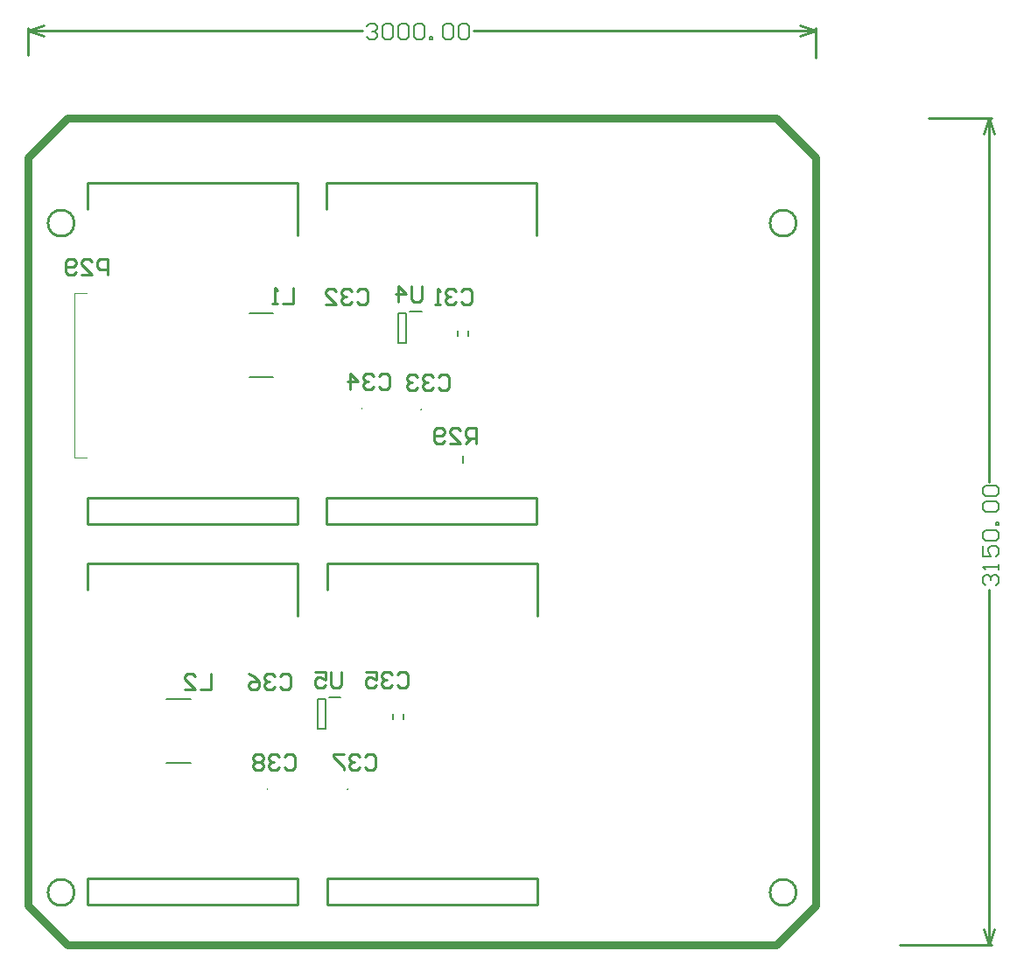
<source format=gbo>
G04*
G04 #@! TF.GenerationSoftware,Altium Limited,Altium Designer,22.9.1 (49)*
G04*
G04 Layer_Color=32896*
%FSLAX24Y24*%
%MOIN*%
G70*
G04*
G04 #@! TF.SameCoordinates,10C0EDED-7795-41B1-8CC0-87200EC90710*
G04*
G04*
G04 #@! TF.FilePolarity,Positive*
G04*
G01*
G75*
%ADD10C,0.0039*%
%ADD12C,0.0100*%
%ADD13C,0.0079*%
%ADD14C,0.0300*%
%ADD15C,0.0060*%
D10*
X1740Y24834D02*
X2213D01*
X1740Y18566D02*
Y24834D01*
Y18566D02*
X2213D01*
D12*
X3030Y25550D02*
Y26150D01*
X2730D01*
X2630Y26050D01*
Y25850D01*
X2730Y25750D01*
X3030D01*
X2030Y25550D02*
X2430D01*
X2030Y25950D01*
Y26050D01*
X2130Y26150D01*
X2330D01*
X2430Y26050D01*
X1830Y25650D02*
X1730Y25550D01*
X1530D01*
X1431Y25650D01*
Y26050D01*
X1530Y26150D01*
X1730D01*
X1830Y26050D01*
Y25950D01*
X1730Y25850D01*
X1431D01*
X11910Y10400D02*
Y9900D01*
X11810Y9800D01*
X11610D01*
X11510Y9900D01*
Y10400D01*
X10910D02*
X11310D01*
Y10100D01*
X11110Y10200D01*
X11010D01*
X10910Y10100D01*
Y9900D01*
X11010Y9800D01*
X11210D01*
X11310Y9900D01*
X15000Y25100D02*
Y24600D01*
X14900Y24500D01*
X14700D01*
X14600Y24600D01*
Y25100D01*
X14100Y24500D02*
Y25100D01*
X14400Y24800D01*
X14000D01*
X17050Y19110D02*
Y19710D01*
X16750D01*
X16650Y19610D01*
Y19410D01*
X16750Y19310D01*
X17050D01*
X16850D02*
X16650Y19110D01*
X16050D02*
X16450D01*
X16050Y19510D01*
Y19610D01*
X16150Y19710D01*
X16350D01*
X16450Y19610D01*
X15850Y19210D02*
X15750Y19110D01*
X15550D01*
X15451Y19210D01*
Y19610D01*
X15550Y19710D01*
X15750D01*
X15850Y19610D01*
Y19510D01*
X15750Y19410D01*
X15451D01*
X6940Y10350D02*
Y9750D01*
X6540D01*
X5940D02*
X6340D01*
X5940Y10150D01*
Y10250D01*
X6040Y10350D01*
X6240D01*
X6340Y10250D01*
X10090Y25050D02*
Y24450D01*
X9690D01*
X9490D02*
X9290D01*
X9390D01*
Y25050D01*
X9490Y24950D01*
X9760Y7180D02*
X9860Y7280D01*
X10060D01*
X10160Y7180D01*
Y6780D01*
X10060Y6680D01*
X9860D01*
X9760Y6780D01*
X9560Y7180D02*
X9460Y7280D01*
X9260D01*
X9160Y7180D01*
Y7080D01*
X9260Y6980D01*
X9360D01*
X9260D01*
X9160Y6880D01*
Y6780D01*
X9260Y6680D01*
X9460D01*
X9560Y6780D01*
X8960Y7180D02*
X8860Y7280D01*
X8660D01*
X8561Y7180D01*
Y7080D01*
X8660Y6980D01*
X8561Y6880D01*
Y6780D01*
X8660Y6680D01*
X8860D01*
X8960Y6780D01*
Y6880D01*
X8860Y6980D01*
X8960Y7080D01*
Y7180D01*
X8860Y6980D02*
X8660D01*
X12810Y7174D02*
X12910Y7274D01*
X13110D01*
X13210Y7174D01*
Y6774D01*
X13110Y6674D01*
X12910D01*
X12810Y6774D01*
X12610Y7174D02*
X12510Y7274D01*
X12310D01*
X12210Y7174D01*
Y7074D01*
X12310Y6974D01*
X12410D01*
X12310D01*
X12210Y6874D01*
Y6774D01*
X12310Y6674D01*
X12510D01*
X12610Y6774D01*
X12010Y7274D02*
X11611D01*
Y7174D01*
X12010Y6774D01*
Y6674D01*
X9580Y10250D02*
X9680Y10350D01*
X9880D01*
X9980Y10250D01*
Y9850D01*
X9880Y9750D01*
X9680D01*
X9580Y9850D01*
X9380Y10250D02*
X9280Y10350D01*
X9080D01*
X8980Y10250D01*
Y10150D01*
X9080Y10050D01*
X9180D01*
X9080D01*
X8980Y9950D01*
Y9850D01*
X9080Y9750D01*
X9280D01*
X9380Y9850D01*
X8381Y10350D02*
X8580Y10250D01*
X8780Y10050D01*
Y9850D01*
X8680Y9750D01*
X8480D01*
X8381Y9850D01*
Y9950D01*
X8480Y10050D01*
X8780D01*
X14040Y10290D02*
X14140Y10390D01*
X14340D01*
X14440Y10290D01*
Y9890D01*
X14340Y9790D01*
X14140D01*
X14040Y9890D01*
X13840Y10290D02*
X13740Y10390D01*
X13540D01*
X13440Y10290D01*
Y10190D01*
X13540Y10090D01*
X13640D01*
X13540D01*
X13440Y9990D01*
Y9890D01*
X13540Y9790D01*
X13740D01*
X13840Y9890D01*
X12841Y10390D02*
X13240D01*
Y10090D01*
X13040Y10190D01*
X12940D01*
X12841Y10090D01*
Y9890D01*
X12940Y9790D01*
X13140D01*
X13240Y9890D01*
X13360Y21674D02*
X13460Y21774D01*
X13660D01*
X13760Y21674D01*
Y21274D01*
X13660Y21174D01*
X13460D01*
X13360Y21274D01*
X13160Y21674D02*
X13060Y21774D01*
X12860D01*
X12760Y21674D01*
Y21574D01*
X12860Y21474D01*
X12960D01*
X12860D01*
X12760Y21374D01*
Y21274D01*
X12860Y21174D01*
X13060D01*
X13160Y21274D01*
X12260Y21174D02*
Y21774D01*
X12560Y21474D01*
X12161D01*
X15610Y21650D02*
X15710Y21750D01*
X15910D01*
X16010Y21650D01*
Y21250D01*
X15910Y21150D01*
X15710D01*
X15610Y21250D01*
X15410Y21650D02*
X15310Y21750D01*
X15110D01*
X15010Y21650D01*
Y21550D01*
X15110Y21450D01*
X15210D01*
X15110D01*
X15010Y21350D01*
Y21250D01*
X15110Y21150D01*
X15310D01*
X15410Y21250D01*
X14810Y21650D02*
X14710Y21750D01*
X14510D01*
X14411Y21650D01*
Y21550D01*
X14510Y21450D01*
X14610D01*
X14510D01*
X14411Y21350D01*
Y21250D01*
X14510Y21150D01*
X14710D01*
X14810Y21250D01*
X12530Y24895D02*
X12630Y24995D01*
X12830D01*
X12930Y24895D01*
Y24496D01*
X12830Y24396D01*
X12630D01*
X12530Y24496D01*
X12330Y24895D02*
X12230Y24995D01*
X12030D01*
X11930Y24895D01*
Y24795D01*
X12030Y24695D01*
X12130D01*
X12030D01*
X11930Y24596D01*
Y24496D01*
X12030Y24396D01*
X12230D01*
X12330Y24496D01*
X11331Y24396D02*
X11730D01*
X11331Y24795D01*
Y24895D01*
X11430Y24995D01*
X11630D01*
X11730Y24895D01*
X16490Y24890D02*
X16590Y24990D01*
X16790D01*
X16890Y24890D01*
Y24490D01*
X16790Y24390D01*
X16590D01*
X16490Y24490D01*
X16290Y24890D02*
X16190Y24990D01*
X15990D01*
X15890Y24890D01*
Y24790D01*
X15990Y24690D01*
X16090D01*
X15990D01*
X15890Y24590D01*
Y24490D01*
X15990Y24390D01*
X16190D01*
X16290Y24490D01*
X15690Y24390D02*
X15490D01*
X15590D01*
Y24990D01*
X15690Y24890D01*
X29250Y2000D02*
G03*
X29250Y2000I-500J0D01*
G01*
Y27500D02*
G03*
X29250Y27500I-500J0D01*
G01*
X1750Y2000D02*
G03*
X1750Y2000I-500J0D01*
G01*
Y27500D02*
G03*
X1750Y27500I-500J0D01*
G01*
X2250Y1550D02*
X10250D01*
Y2550D01*
X2250D02*
X10250D01*
X2250Y1550D02*
Y2550D01*
X10250Y12550D02*
Y14550D01*
X3250D02*
X10250D01*
X2250Y13550D02*
Y14550D01*
X3250D01*
X2250Y29050D02*
X3250D01*
X2250Y28050D02*
Y29050D01*
X3250D02*
X10250D01*
Y27050D02*
Y29050D01*
X2250Y16050D02*
Y17050D01*
X10250D01*
Y16050D02*
Y17050D01*
X2250Y16050D02*
X10250D01*
X11400Y1550D02*
X19400D01*
Y2550D01*
X11400D02*
X19400D01*
X11400Y1550D02*
Y2550D01*
X19400Y12550D02*
Y14550D01*
X12400D02*
X19400D01*
X11400Y13550D02*
Y14550D01*
X12400D01*
X11350Y16050D02*
X19350D01*
Y17050D01*
X11350D02*
X19350D01*
X11350Y16050D02*
Y17050D01*
X19350Y27050D02*
Y29050D01*
X12350D02*
X19350D01*
X11350Y28050D02*
Y29050D01*
X12350D01*
X0Y34850D02*
X600Y35050D01*
X0Y34850D02*
X600Y34650D01*
X29400D02*
X30000Y34850D01*
X29400Y35050D02*
X30000Y34850D01*
X0D02*
X12731D01*
X16949D02*
X30000D01*
X0Y33900D02*
Y34950D01*
X30000Y33800D02*
Y34950D01*
X36400Y600D02*
X36600Y0D01*
X36800Y600D01*
X36600Y31500D02*
X36800Y30900D01*
X36400D02*
X36600Y31500D01*
Y0D02*
Y13531D01*
Y17649D02*
Y31500D01*
X33200Y0D02*
X36700D01*
X34300Y31500D02*
X36700D01*
D13*
X9120Y5935D02*
G03*
X9120Y5935I-20J0D01*
G01*
X12170D02*
G03*
X12170Y5935I-20J0D01*
G01*
X12720Y20435D02*
G03*
X12720Y20435I-20J0D01*
G01*
X14970Y20410D02*
G03*
X14970Y20410I-20J0D01*
G01*
X11447Y9430D02*
X11900D01*
X11309Y8229D02*
Y9371D01*
X11014Y8229D02*
X11309D01*
X11014D02*
Y9371D01*
X11309D01*
X5262Y9370D02*
X6187D01*
X5262Y6930D02*
X6187D01*
X14299Y8604D02*
Y8796D01*
X13901Y8604D02*
Y8796D01*
X8412Y24070D02*
X9337D01*
X8412Y21630D02*
X9337D01*
X14535Y24130D02*
X14988D01*
X14398Y22929D02*
Y24071D01*
X14102Y22929D02*
X14398D01*
X14102D02*
Y24071D01*
X14398D01*
X16550Y18382D02*
Y18618D01*
X16749Y23204D02*
Y23396D01*
X16351Y23204D02*
Y23396D01*
D14*
X30000Y1500D02*
Y30000D01*
X1500Y31500D02*
X28500D01*
X30000Y30000D01*
X-0D02*
X0Y1500D01*
Y30000D02*
X1500Y31500D01*
X28500Y0D02*
X30000Y1500D01*
X0D02*
X1500Y0D01*
X28500D01*
D15*
X12891Y34990D02*
X12991Y35090D01*
X13191D01*
X13290Y34990D01*
Y34890D01*
X13191Y34790D01*
X13091D01*
X13191D01*
X13290Y34690D01*
Y34590D01*
X13191Y34490D01*
X12991D01*
X12891Y34590D01*
X13490Y34990D02*
X13590Y35090D01*
X13790D01*
X13890Y34990D01*
Y34590D01*
X13790Y34490D01*
X13590D01*
X13490Y34590D01*
Y34990D01*
X14090D02*
X14190Y35090D01*
X14390D01*
X14490Y34990D01*
Y34590D01*
X14390Y34490D01*
X14190D01*
X14090Y34590D01*
Y34990D01*
X14690D02*
X14790Y35090D01*
X14990D01*
X15090Y34990D01*
Y34590D01*
X14990Y34490D01*
X14790D01*
X14690Y34590D01*
Y34990D01*
X15290Y34490D02*
Y34590D01*
X15390D01*
Y34490D01*
X15290D01*
X15790Y34990D02*
X15890Y35090D01*
X16090D01*
X16190Y34990D01*
Y34590D01*
X16090Y34490D01*
X15890D01*
X15790Y34590D01*
Y34990D01*
X16389D02*
X16489Y35090D01*
X16689D01*
X16789Y34990D01*
Y34590D01*
X16689Y34490D01*
X16489D01*
X16389Y34590D01*
Y34990D01*
X36460Y13691D02*
X36360Y13791D01*
Y13991D01*
X36460Y14090D01*
X36560D01*
X36660Y13991D01*
Y13891D01*
Y13991D01*
X36760Y14090D01*
X36860D01*
X36960Y13991D01*
Y13791D01*
X36860Y13691D01*
X36960Y14290D02*
Y14490D01*
Y14390D01*
X36360D01*
X36460Y14290D01*
X36360Y15190D02*
Y14790D01*
X36660D01*
X36560Y14990D01*
Y15090D01*
X36660Y15190D01*
X36860D01*
X36960Y15090D01*
Y14890D01*
X36860Y14790D01*
X36460Y15390D02*
X36360Y15490D01*
Y15690D01*
X36460Y15790D01*
X36860D01*
X36960Y15690D01*
Y15490D01*
X36860Y15390D01*
X36460D01*
X36960Y15990D02*
X36860D01*
Y16090D01*
X36960D01*
Y15990D01*
X36460Y16490D02*
X36360Y16590D01*
Y16790D01*
X36460Y16890D01*
X36860D01*
X36960Y16790D01*
Y16590D01*
X36860Y16490D01*
X36460D01*
Y17090D02*
X36360Y17189D01*
Y17389D01*
X36460Y17489D01*
X36860D01*
X36960Y17389D01*
Y17189D01*
X36860Y17090D01*
X36460D01*
M02*

</source>
